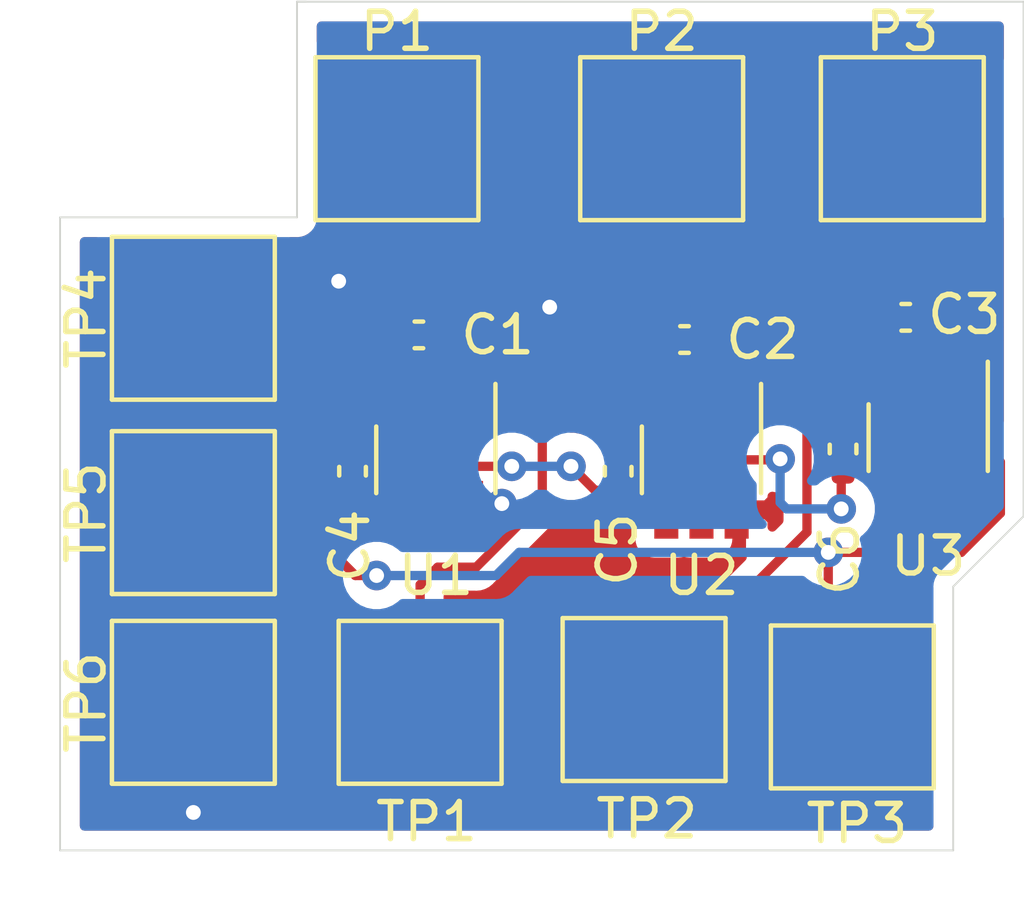
<source format=kicad_pcb>
(kicad_pcb (version 20171130) (host pcbnew "(5.1.10)-1")

  (general
    (thickness 1.6)
    (drawings 9)
    (tracks 113)
    (zones 0)
    (modules 18)
    (nets 9)
  )

  (page A4)
  (title_block
    (title "Touch Sensor add-on for FP AGB IPS Screen")
    (date 2021-10-30)
    (rev v1.5)
    (comment 3 GPLv3)
    (comment 4 "Zachary Ahlers(Method)")
  )

  (layers
    (0 F.Cu signal)
    (31 B.Cu signal)
    (32 B.Adhes user)
    (33 F.Adhes user)
    (34 B.Paste user)
    (35 F.Paste user)
    (36 B.SilkS user)
    (37 F.SilkS user)
    (38 B.Mask user)
    (39 F.Mask user)
    (40 Dwgs.User user)
    (41 Cmts.User user)
    (42 Eco1.User user)
    (43 Eco2.User user)
    (44 Edge.Cuts user)
    (45 Margin user)
    (46 B.CrtYd user)
    (47 F.CrtYd user)
    (48 B.Fab user)
    (49 F.Fab user)
  )

  (setup
    (last_trace_width 0.25)
    (trace_clearance 0.2)
    (zone_clearance 0.508)
    (zone_45_only no)
    (trace_min 0.2)
    (via_size 0.8)
    (via_drill 0.4)
    (via_min_size 0.4)
    (via_min_drill 0.3)
    (uvia_size 0.3)
    (uvia_drill 0.1)
    (uvias_allowed no)
    (uvia_min_size 0.2)
    (uvia_min_drill 0.1)
    (edge_width 0.05)
    (segment_width 0.2)
    (pcb_text_width 0.3)
    (pcb_text_size 1.5 1.5)
    (mod_edge_width 0.12)
    (mod_text_size 1 1)
    (mod_text_width 0.15)
    (pad_size 1.524 1.524)
    (pad_drill 0.762)
    (pad_to_mask_clearance 0)
    (aux_axis_origin 0 0)
    (visible_elements 7FFFFFFF)
    (pcbplotparams
      (layerselection 0x010fc_ffffffff)
      (usegerberextensions false)
      (usegerberattributes true)
      (usegerberadvancedattributes true)
      (creategerberjobfile true)
      (excludeedgelayer true)
      (linewidth 0.100000)
      (plotframeref false)
      (viasonmask false)
      (mode 1)
      (useauxorigin false)
      (hpglpennumber 1)
      (hpglpenspeed 20)
      (hpglpendiameter 15.000000)
      (psnegative false)
      (psa4output false)
      (plotreference true)
      (plotvalue true)
      (plotinvisibletext false)
      (padsonsilk false)
      (subtractmaskfromsilk false)
      (outputformat 1)
      (mirror false)
      (drillshape 0)
      (scaleselection 1)
      (outputdirectory "gerber files/GERBER/"))
  )

  (net 0 "")
  (net 1 GNDREF)
  (net 2 "Net-(C1-Pad1)")
  (net 3 "Net-(C2-Pad1)")
  (net 4 "Net-(C3-Pad1)")
  (net 5 +3V3)
  (net 6 "Net-(TP1-Pad1)")
  (net 7 "Net-(TP2-Pad1)")
  (net 8 "Net-(TP3-Pad1)")

  (net_class Default "This is the default net class."
    (clearance 0.2)
    (trace_width 0.25)
    (via_dia 0.8)
    (via_drill 0.4)
    (uvia_dia 0.3)
    (uvia_drill 0.1)
    (add_net +3V3)
    (add_net GNDREF)
    (add_net "Net-(C1-Pad1)")
    (add_net "Net-(C2-Pad1)")
    (add_net "Net-(C3-Pad1)")
    (add_net "Net-(TP1-Pad1)")
    (add_net "Net-(TP2-Pad1)")
    (add_net "Net-(TP3-Pad1)")
  )

  (module TestPoint:TestPoint_Pad_4.0x4.0mm (layer F.Cu) (tedit 5A0F774F) (tstamp 617E3438)
    (at 180.35 69.2)
    (descr "SMD rectangular pad as test Point, square 4.0mm side length")
    (tags "test point SMD pad rectangle square")
    (path /61837F9D)
    (attr virtual)
    (fp_text reference P3 (at 0 -2.898) (layer F.SilkS)
      (effects (font (size 1 1) (thickness 0.15)))
    )
    (fp_text value "Touch Sensor" (at -6.725 2.95) (layer F.Fab) hide
      (effects (font (size 1 1) (thickness 0.15)))
    )
    (fp_line (start -2.2 -2.2) (end 2.2 -2.2) (layer F.SilkS) (width 0.12))
    (fp_line (start 2.2 -2.2) (end 2.2 2.2) (layer F.SilkS) (width 0.12))
    (fp_line (start 2.2 2.2) (end -2.2 2.2) (layer F.SilkS) (width 0.12))
    (fp_line (start -2.2 2.2) (end -2.2 -2.2) (layer F.SilkS) (width 0.12))
    (fp_line (start -2.5 -2.5) (end 2.5 -2.5) (layer F.CrtYd) (width 0.05))
    (fp_line (start -2.5 -2.5) (end -2.5 2.5) (layer F.CrtYd) (width 0.05))
    (fp_line (start 2.5 2.5) (end 2.5 -2.5) (layer F.CrtYd) (width 0.05))
    (fp_line (start 2.5 2.5) (end -2.5 2.5) (layer F.CrtYd) (width 0.05))
    (fp_text user %R (at 0 -2.9) (layer F.Fab) hide
      (effects (font (size 1 1) (thickness 0.15)))
    )
    (pad 1 smd rect (at 0 0) (size 4 4) (layers F.Cu F.Mask)
      (net 4 "Net-(C3-Pad1)"))
  )

  (module TestPoint:TestPoint_Pad_4.0x4.0mm (layer F.Cu) (tedit 5A0F774F) (tstamp 617E342A)
    (at 173.85 69.2)
    (descr "SMD rectangular pad as test Point, square 4.0mm side length")
    (tags "test point SMD pad rectangle square")
    (path /61836FD3)
    (attr virtual)
    (fp_text reference P2 (at 0 -2.898) (layer F.SilkS)
      (effects (font (size 1 1) (thickness 0.15)))
    )
    (fp_text value "Touch Sensor" (at -0.225 2.95) (layer F.Fab) hide
      (effects (font (size 1 1) (thickness 0.15)))
    )
    (fp_line (start -2.2 -2.2) (end 2.2 -2.2) (layer F.SilkS) (width 0.12))
    (fp_line (start 2.2 -2.2) (end 2.2 2.2) (layer F.SilkS) (width 0.12))
    (fp_line (start 2.2 2.2) (end -2.2 2.2) (layer F.SilkS) (width 0.12))
    (fp_line (start -2.2 2.2) (end -2.2 -2.2) (layer F.SilkS) (width 0.12))
    (fp_line (start -2.5 -2.5) (end 2.5 -2.5) (layer F.CrtYd) (width 0.05))
    (fp_line (start -2.5 -2.5) (end -2.5 2.5) (layer F.CrtYd) (width 0.05))
    (fp_line (start 2.5 2.5) (end 2.5 -2.5) (layer F.CrtYd) (width 0.05))
    (fp_line (start 2.5 2.5) (end -2.5 2.5) (layer F.CrtYd) (width 0.05))
    (fp_text user %R (at 0 -2.9) (layer F.Fab) hide
      (effects (font (size 1 1) (thickness 0.15)))
    )
    (pad 1 smd rect (at 0 0) (size 4 4) (layers F.Cu F.Mask)
      (net 3 "Net-(C2-Pad1)"))
  )

  (module TestPoint:TestPoint_Pad_4.0x4.0mm (layer F.Cu) (tedit 5A0F774F) (tstamp 617E341C)
    (at 166.7 69.2)
    (descr "SMD rectangular pad as test Point, square 4.0mm side length")
    (tags "test point SMD pad rectangle square")
    (path /61835A3F)
    (attr virtual)
    (fp_text reference P1 (at 0 -2.898) (layer F.SilkS)
      (effects (font (size 1 1) (thickness 0.15)))
    )
    (fp_text value "Touch Sensor" (at 6.925 2.95) (layer F.Fab) hide
      (effects (font (size 1 1) (thickness 0.15)))
    )
    (fp_line (start -2.2 -2.2) (end 2.2 -2.2) (layer F.SilkS) (width 0.12))
    (fp_line (start 2.2 -2.2) (end 2.2 2.2) (layer F.SilkS) (width 0.12))
    (fp_line (start 2.2 2.2) (end -2.2 2.2) (layer F.SilkS) (width 0.12))
    (fp_line (start -2.2 2.2) (end -2.2 -2.2) (layer F.SilkS) (width 0.12))
    (fp_line (start -2.5 -2.5) (end 2.5 -2.5) (layer F.CrtYd) (width 0.05))
    (fp_line (start -2.5 -2.5) (end -2.5 2.5) (layer F.CrtYd) (width 0.05))
    (fp_line (start 2.5 2.5) (end 2.5 -2.5) (layer F.CrtYd) (width 0.05))
    (fp_line (start 2.5 2.5) (end -2.5 2.5) (layer F.CrtYd) (width 0.05))
    (fp_text user %R (at 0 -2.9) (layer F.Fab) hide
      (effects (font (size 1 1) (thickness 0.15)))
    )
    (pad 1 smd rect (at 0 0) (size 4 4) (layers F.Cu F.Mask)
      (net 2 "Net-(C1-Pad1)"))
  )

  (module Capacitor_SMD:C_0402_1005Metric_Pad0.74x0.62mm_HandSolder (layer F.Cu) (tedit 5F6BB22C) (tstamp 617E29AD)
    (at 167.2925 74.5)
    (descr "Capacitor SMD 0402 (1005 Metric), square (rectangular) end terminal, IPC_7351 nominal with elongated pad for handsoldering. (Body size source: IPC-SM-782 page 76, https://www.pcb-3d.com/wordpress/wp-content/uploads/ipc-sm-782a_amendment_1_and_2.pdf), generated with kicad-footprint-generator")
    (tags "capacitor handsolder")
    (path /617E387B)
    (attr smd)
    (fp_text reference C1 (at 2.125357 0) (layer F.SilkS)
      (effects (font (size 1 1) (thickness 0.15)))
    )
    (fp_text value 22pF (at 2.9825 -1.275) (layer F.Fab)
      (effects (font (size 1 1) (thickness 0.15)))
    )
    (fp_line (start -0.5 0.25) (end -0.5 -0.25) (layer F.Fab) (width 0.1))
    (fp_line (start -0.5 -0.25) (end 0.5 -0.25) (layer F.Fab) (width 0.1))
    (fp_line (start 0.5 -0.25) (end 0.5 0.25) (layer F.Fab) (width 0.1))
    (fp_line (start 0.5 0.25) (end -0.5 0.25) (layer F.Fab) (width 0.1))
    (fp_line (start -0.115835 -0.36) (end 0.115835 -0.36) (layer F.SilkS) (width 0.12))
    (fp_line (start -0.115835 0.36) (end 0.115835 0.36) (layer F.SilkS) (width 0.12))
    (fp_line (start -1.08 0.46) (end -1.08 -0.46) (layer F.CrtYd) (width 0.05))
    (fp_line (start -1.08 -0.46) (end 1.08 -0.46) (layer F.CrtYd) (width 0.05))
    (fp_line (start 1.08 -0.46) (end 1.08 0.46) (layer F.CrtYd) (width 0.05))
    (fp_line (start 1.08 0.46) (end -1.08 0.46) (layer F.CrtYd) (width 0.05))
    (fp_text user %R (at 0 0) (layer F.Fab)
      (effects (font (size 0.25 0.25) (thickness 0.04)))
    )
    (pad 2 smd roundrect (at 0.5675 0) (size 0.735 0.62) (layers F.Cu F.Paste F.Mask) (roundrect_rratio 0.25)
      (net 1 GNDREF))
    (pad 1 smd roundrect (at -0.5675 0) (size 0.735 0.62) (layers F.Cu F.Paste F.Mask) (roundrect_rratio 0.25)
      (net 2 "Net-(C1-Pad1)"))
    (model ${KISYS3DMOD}/Capacitor_SMD.3dshapes/C_0402_1005Metric.wrl
      (at (xyz 0 0 0))
      (scale (xyz 1 1 1))
      (rotate (xyz 0 0 0))
    )
  )

  (module Capacitor_SMD:C_0402_1005Metric_Pad0.74x0.62mm_HandSolder (layer F.Cu) (tedit 5F6BB22C) (tstamp 617E29BE)
    (at 174.4675 74.625)
    (descr "Capacitor SMD 0402 (1005 Metric), square (rectangular) end terminal, IPC_7351 nominal with elongated pad for handsoldering. (Body size source: IPC-SM-782 page 76, https://www.pcb-3d.com/wordpress/wp-content/uploads/ipc-sm-782a_amendment_1_and_2.pdf), generated with kicad-footprint-generator")
    (tags "capacitor handsolder")
    (path /617FE493)
    (attr smd)
    (fp_text reference C2 (at 2.1075 0) (layer F.SilkS)
      (effects (font (size 1 1) (thickness 0.15)))
    )
    (fp_text value 22pF (at 2.964643 -1.275) (layer F.Fab)
      (effects (font (size 1 1) (thickness 0.15)))
    )
    (fp_line (start 1.08 0.46) (end -1.08 0.46) (layer F.CrtYd) (width 0.05))
    (fp_line (start 1.08 -0.46) (end 1.08 0.46) (layer F.CrtYd) (width 0.05))
    (fp_line (start -1.08 -0.46) (end 1.08 -0.46) (layer F.CrtYd) (width 0.05))
    (fp_line (start -1.08 0.46) (end -1.08 -0.46) (layer F.CrtYd) (width 0.05))
    (fp_line (start -0.115835 0.36) (end 0.115835 0.36) (layer F.SilkS) (width 0.12))
    (fp_line (start -0.115835 -0.36) (end 0.115835 -0.36) (layer F.SilkS) (width 0.12))
    (fp_line (start 0.5 0.25) (end -0.5 0.25) (layer F.Fab) (width 0.1))
    (fp_line (start 0.5 -0.25) (end 0.5 0.25) (layer F.Fab) (width 0.1))
    (fp_line (start -0.5 -0.25) (end 0.5 -0.25) (layer F.Fab) (width 0.1))
    (fp_line (start -0.5 0.25) (end -0.5 -0.25) (layer F.Fab) (width 0.1))
    (fp_text user %R (at 0 0) (layer F.Fab)
      (effects (font (size 0.25 0.25) (thickness 0.04)))
    )
    (pad 1 smd roundrect (at -0.5675 0) (size 0.735 0.62) (layers F.Cu F.Paste F.Mask) (roundrect_rratio 0.25)
      (net 3 "Net-(C2-Pad1)"))
    (pad 2 smd roundrect (at 0.5675 0) (size 0.735 0.62) (layers F.Cu F.Paste F.Mask) (roundrect_rratio 0.25)
      (net 1 GNDREF))
    (model ${KISYS3DMOD}/Capacitor_SMD.3dshapes/C_0402_1005Metric.wrl
      (at (xyz 0 0 0))
      (scale (xyz 1 1 1))
      (rotate (xyz 0 0 0))
    )
  )

  (module Capacitor_SMD:C_0402_1005Metric_Pad0.74x0.62mm_HandSolder (layer F.Cu) (tedit 5F6BB22C) (tstamp 617E29CF)
    (at 180.4425 74.025)
    (descr "Capacitor SMD 0402 (1005 Metric), square (rectangular) end terminal, IPC_7351 nominal with elongated pad for handsoldering. (Body size source: IPC-SM-782 page 76, https://www.pcb-3d.com/wordpress/wp-content/uploads/ipc-sm-782a_amendment_1_and_2.pdf), generated with kicad-footprint-generator")
    (tags "capacitor handsolder")
    (path /617EC71D)
    (attr smd)
    (fp_text reference C3 (at 1.5825 -0.075) (layer F.SilkS)
      (effects (font (size 1 1) (thickness 0.15)))
    )
    (fp_text value 22pF (at 0.7575 -1.475) (layer F.Fab)
      (effects (font (size 1 1) (thickness 0.15)))
    )
    (fp_line (start 1.08 0.46) (end -1.08 0.46) (layer F.CrtYd) (width 0.05))
    (fp_line (start 1.08 -0.46) (end 1.08 0.46) (layer F.CrtYd) (width 0.05))
    (fp_line (start -1.08 -0.46) (end 1.08 -0.46) (layer F.CrtYd) (width 0.05))
    (fp_line (start -1.08 0.46) (end -1.08 -0.46) (layer F.CrtYd) (width 0.05))
    (fp_line (start -0.115835 0.36) (end 0.115835 0.36) (layer F.SilkS) (width 0.12))
    (fp_line (start -0.115835 -0.36) (end 0.115835 -0.36) (layer F.SilkS) (width 0.12))
    (fp_line (start 0.5 0.25) (end -0.5 0.25) (layer F.Fab) (width 0.1))
    (fp_line (start 0.5 -0.25) (end 0.5 0.25) (layer F.Fab) (width 0.1))
    (fp_line (start -0.5 -0.25) (end 0.5 -0.25) (layer F.Fab) (width 0.1))
    (fp_line (start -0.5 0.25) (end -0.5 -0.25) (layer F.Fab) (width 0.1))
    (fp_text user %R (at 0 0) (layer F.Fab)
      (effects (font (size 0.25 0.25) (thickness 0.04)))
    )
    (pad 1 smd roundrect (at -0.5675 0) (size 0.735 0.62) (layers F.Cu F.Paste F.Mask) (roundrect_rratio 0.25)
      (net 4 "Net-(C3-Pad1)"))
    (pad 2 smd roundrect (at 0.5675 0) (size 0.735 0.62) (layers F.Cu F.Paste F.Mask) (roundrect_rratio 0.25)
      (net 1 GNDREF))
    (model ${KISYS3DMOD}/Capacitor_SMD.3dshapes/C_0402_1005Metric.wrl
      (at (xyz 0 0 0))
      (scale (xyz 1 1 1))
      (rotate (xyz 0 0 0))
    )
  )

  (module Capacitor_SMD:C_0402_1005Metric_Pad0.74x0.62mm_HandSolder (layer F.Cu) (tedit 5F6BB22C) (tstamp 617E29E0)
    (at 165.5 78.1825 90)
    (descr "Capacitor SMD 0402 (1005 Metric), square (rectangular) end terminal, IPC_7351 nominal with elongated pad for handsoldering. (Body size source: IPC-SM-782 page 76, https://www.pcb-3d.com/wordpress/wp-content/uploads/ipc-sm-782a_amendment_1_and_2.pdf), generated with kicad-footprint-generator")
    (tags "capacitor handsolder")
    (path /617E7274)
    (attr smd)
    (fp_text reference C4 (at -2.0175 -0.075 90) (layer F.SilkS)
      (effects (font (size 1 1) (thickness 0.15)))
    )
    (fp_text value 0.1uF (at 3.2825 -0.175 90) (layer F.Fab)
      (effects (font (size 1 1) (thickness 0.15)))
    )
    (fp_line (start 1.08 0.46) (end -1.08 0.46) (layer F.CrtYd) (width 0.05))
    (fp_line (start 1.08 -0.46) (end 1.08 0.46) (layer F.CrtYd) (width 0.05))
    (fp_line (start -1.08 -0.46) (end 1.08 -0.46) (layer F.CrtYd) (width 0.05))
    (fp_line (start -1.08 0.46) (end -1.08 -0.46) (layer F.CrtYd) (width 0.05))
    (fp_line (start -0.115835 0.36) (end 0.115835 0.36) (layer F.SilkS) (width 0.12))
    (fp_line (start -0.115835 -0.36) (end 0.115835 -0.36) (layer F.SilkS) (width 0.12))
    (fp_line (start 0.5 0.25) (end -0.5 0.25) (layer F.Fab) (width 0.1))
    (fp_line (start 0.5 -0.25) (end 0.5 0.25) (layer F.Fab) (width 0.1))
    (fp_line (start -0.5 -0.25) (end 0.5 -0.25) (layer F.Fab) (width 0.1))
    (fp_line (start -0.5 0.25) (end -0.5 -0.25) (layer F.Fab) (width 0.1))
    (fp_text user %R (at 0 0 90) (layer F.Fab)
      (effects (font (size 0.25 0.25) (thickness 0.04)))
    )
    (pad 1 smd roundrect (at -0.5675 0 90) (size 0.735 0.62) (layers F.Cu F.Paste F.Mask) (roundrect_rratio 0.25)
      (net 5 +3V3))
    (pad 2 smd roundrect (at 0.5675 0 90) (size 0.735 0.62) (layers F.Cu F.Paste F.Mask) (roundrect_rratio 0.25)
      (net 1 GNDREF))
    (model ${KISYS3DMOD}/Capacitor_SMD.3dshapes/C_0402_1005Metric.wrl
      (at (xyz 0 0 0))
      (scale (xyz 1 1 1))
      (rotate (xyz 0 0 0))
    )
  )

  (module Capacitor_SMD:C_0402_1005Metric_Pad0.74x0.62mm_HandSolder (layer F.Cu) (tedit 5F6BB22C) (tstamp 617E29F1)
    (at 172.675 78.1825 90)
    (descr "Capacitor SMD 0402 (1005 Metric), square (rectangular) end terminal, IPC_7351 nominal with elongated pad for handsoldering. (Body size source: IPC-SM-782 page 76, https://www.pcb-3d.com/wordpress/wp-content/uploads/ipc-sm-782a_amendment_1_and_2.pdf), generated with kicad-footprint-generator")
    (tags "capacitor handsolder")
    (path /617FE4AB)
    (attr smd)
    (fp_text reference C5 (at -2.1175 -0.025 90) (layer F.SilkS)
      (effects (font (size 1 1) (thickness 0.15)))
    )
    (fp_text value 0.1uF (at 3.1325 0 90) (layer F.Fab)
      (effects (font (size 1 1) (thickness 0.15)))
    )
    (fp_line (start -0.5 0.25) (end -0.5 -0.25) (layer F.Fab) (width 0.1))
    (fp_line (start -0.5 -0.25) (end 0.5 -0.25) (layer F.Fab) (width 0.1))
    (fp_line (start 0.5 -0.25) (end 0.5 0.25) (layer F.Fab) (width 0.1))
    (fp_line (start 0.5 0.25) (end -0.5 0.25) (layer F.Fab) (width 0.1))
    (fp_line (start -0.115835 -0.36) (end 0.115835 -0.36) (layer F.SilkS) (width 0.12))
    (fp_line (start -0.115835 0.36) (end 0.115835 0.36) (layer F.SilkS) (width 0.12))
    (fp_line (start -1.08 0.46) (end -1.08 -0.46) (layer F.CrtYd) (width 0.05))
    (fp_line (start -1.08 -0.46) (end 1.08 -0.46) (layer F.CrtYd) (width 0.05))
    (fp_line (start 1.08 -0.46) (end 1.08 0.46) (layer F.CrtYd) (width 0.05))
    (fp_line (start 1.08 0.46) (end -1.08 0.46) (layer F.CrtYd) (width 0.05))
    (fp_text user %R (at 0 0 90) (layer F.Fab)
      (effects (font (size 0.25 0.25) (thickness 0.04)))
    )
    (pad 2 smd roundrect (at 0.5675 0 90) (size 0.735 0.62) (layers F.Cu F.Paste F.Mask) (roundrect_rratio 0.25)
      (net 1 GNDREF))
    (pad 1 smd roundrect (at -0.5675 0 90) (size 0.735 0.62) (layers F.Cu F.Paste F.Mask) (roundrect_rratio 0.25)
      (net 5 +3V3))
    (model ${KISYS3DMOD}/Capacitor_SMD.3dshapes/C_0402_1005Metric.wrl
      (at (xyz 0 0 0))
      (scale (xyz 1 1 1))
      (rotate (xyz 0 0 0))
    )
  )

  (module Capacitor_SMD:C_0402_1005Metric_Pad0.74x0.62mm_HandSolder (layer F.Cu) (tedit 5F6BB22C) (tstamp 617E2A02)
    (at 178.75 77.5825 90)
    (descr "Capacitor SMD 0402 (1005 Metric), square (rectangular) end terminal, IPC_7351 nominal with elongated pad for handsoldering. (Body size source: IPC-SM-782 page 76, https://www.pcb-3d.com/wordpress/wp-content/uploads/ipc-sm-782a_amendment_1_and_2.pdf), generated with kicad-footprint-generator")
    (tags "capacitor handsolder")
    (path /617EC735)
    (attr smd)
    (fp_text reference C6 (at -2.9675 -0.1 90) (layer F.SilkS)
      (effects (font (size 1 1) (thickness 0.15)))
    )
    (fp_text value 0.1uF (at 3.1575 0.025 90) (layer F.Fab)
      (effects (font (size 1 1) (thickness 0.15)))
    )
    (fp_line (start -0.5 0.25) (end -0.5 -0.25) (layer F.Fab) (width 0.1))
    (fp_line (start -0.5 -0.25) (end 0.5 -0.25) (layer F.Fab) (width 0.1))
    (fp_line (start 0.5 -0.25) (end 0.5 0.25) (layer F.Fab) (width 0.1))
    (fp_line (start 0.5 0.25) (end -0.5 0.25) (layer F.Fab) (width 0.1))
    (fp_line (start -0.115835 -0.36) (end 0.115835 -0.36) (layer F.SilkS) (width 0.12))
    (fp_line (start -0.115835 0.36) (end 0.115835 0.36) (layer F.SilkS) (width 0.12))
    (fp_line (start -1.08 0.46) (end -1.08 -0.46) (layer F.CrtYd) (width 0.05))
    (fp_line (start -1.08 -0.46) (end 1.08 -0.46) (layer F.CrtYd) (width 0.05))
    (fp_line (start 1.08 -0.46) (end 1.08 0.46) (layer F.CrtYd) (width 0.05))
    (fp_line (start 1.08 0.46) (end -1.08 0.46) (layer F.CrtYd) (width 0.05))
    (fp_text user %R (at 0 0 90) (layer F.Fab)
      (effects (font (size 0.25 0.25) (thickness 0.04)))
    )
    (pad 2 smd roundrect (at 0.5675 0 90) (size 0.735 0.62) (layers F.Cu F.Paste F.Mask) (roundrect_rratio 0.25)
      (net 1 GNDREF))
    (pad 1 smd roundrect (at -0.5675 0 90) (size 0.735 0.62) (layers F.Cu F.Paste F.Mask) (roundrect_rratio 0.25)
      (net 5 +3V3))
    (model ${KISYS3DMOD}/Capacitor_SMD.3dshapes/C_0402_1005Metric.wrl
      (at (xyz 0 0 0))
      (scale (xyz 1 1 1))
      (rotate (xyz 0 0 0))
    )
  )

  (module TestPoint:TestPoint_Pad_4.0x4.0mm (layer F.Cu) (tedit 5A0F774F) (tstamp 617E2A3A)
    (at 167.325 84.425)
    (descr "SMD rectangular pad as test Point, square 4.0mm side length")
    (tags "test point SMD pad rectangle square")
    (path /617EA6AC)
    (attr virtual)
    (fp_text reference TP1 (at 0.175 3.225) (layer F.SilkS)
      (effects (font (size 1 1) (thickness 0.15)))
    )
    (fp_text value L (at 0.075 4.525) (layer F.Fab)
      (effects (font (size 1 1) (thickness 0.15)))
    )
    (fp_line (start -2.2 -2.2) (end 2.2 -2.2) (layer F.SilkS) (width 0.12))
    (fp_line (start 2.2 -2.2) (end 2.2 2.2) (layer F.SilkS) (width 0.12))
    (fp_line (start 2.2 2.2) (end -2.2 2.2) (layer F.SilkS) (width 0.12))
    (fp_line (start -2.2 2.2) (end -2.2 -2.2) (layer F.SilkS) (width 0.12))
    (fp_line (start -2.5 -2.5) (end 2.5 -2.5) (layer F.CrtYd) (width 0.05))
    (fp_line (start -2.5 -2.5) (end -2.5 2.5) (layer F.CrtYd) (width 0.05))
    (fp_line (start 2.5 2.5) (end 2.5 -2.5) (layer F.CrtYd) (width 0.05))
    (fp_line (start 2.5 2.5) (end -2.5 2.5) (layer F.CrtYd) (width 0.05))
    (pad 1 smd rect (at 0 0) (size 4 4) (layers F.Cu F.Mask)
      (net 6 "Net-(TP1-Pad1)"))
  )

  (module TestPoint:TestPoint_Pad_4.0x4.0mm (layer F.Cu) (tedit 5A0F774F) (tstamp 617E2A48)
    (at 173.375 84.35)
    (descr "SMD rectangular pad as test Point, square 4.0mm side length")
    (tags "test point SMD pad rectangle square")
    (path /617FE4BA)
    (attr virtual)
    (fp_text reference TP2 (at 0.075 3.225) (layer F.SilkS)
      (effects (font (size 1 1) (thickness 0.15)))
    )
    (fp_text value R (at 0.175 4.45) (layer F.Fab)
      (effects (font (size 1 1) (thickness 0.15)))
    )
    (fp_line (start 2.5 2.5) (end -2.5 2.5) (layer F.CrtYd) (width 0.05))
    (fp_line (start 2.5 2.5) (end 2.5 -2.5) (layer F.CrtYd) (width 0.05))
    (fp_line (start -2.5 -2.5) (end -2.5 2.5) (layer F.CrtYd) (width 0.05))
    (fp_line (start -2.5 -2.5) (end 2.5 -2.5) (layer F.CrtYd) (width 0.05))
    (fp_line (start -2.2 2.2) (end -2.2 -2.2) (layer F.SilkS) (width 0.12))
    (fp_line (start 2.2 2.2) (end -2.2 2.2) (layer F.SilkS) (width 0.12))
    (fp_line (start 2.2 -2.2) (end 2.2 2.2) (layer F.SilkS) (width 0.12))
    (fp_line (start -2.2 -2.2) (end 2.2 -2.2) (layer F.SilkS) (width 0.12))
    (pad 1 smd rect (at 0 0) (size 4 4) (layers F.Cu F.Mask)
      (net 7 "Net-(TP2-Pad1)"))
  )

  (module TestPoint:TestPoint_Pad_4.0x4.0mm (layer F.Cu) (tedit 5A0F774F) (tstamp 617E2A56)
    (at 179 84.55)
    (descr "SMD rectangular pad as test Point, square 4.0mm side length")
    (tags "test point SMD pad rectangle square")
    (path /617EC744)
    (attr virtual)
    (fp_text reference TP3 (at 0.125 3.15) (layer F.SilkS)
      (effects (font (size 1 1) (thickness 0.15)))
    )
    (fp_text value SEL (at 0.225 4.425) (layer F.Fab)
      (effects (font (size 1 1) (thickness 0.15)))
    )
    (fp_line (start -2.2 -2.2) (end 2.2 -2.2) (layer F.SilkS) (width 0.12))
    (fp_line (start 2.2 -2.2) (end 2.2 2.2) (layer F.SilkS) (width 0.12))
    (fp_line (start 2.2 2.2) (end -2.2 2.2) (layer F.SilkS) (width 0.12))
    (fp_line (start -2.2 2.2) (end -2.2 -2.2) (layer F.SilkS) (width 0.12))
    (fp_line (start -2.5 -2.5) (end 2.5 -2.5) (layer F.CrtYd) (width 0.05))
    (fp_line (start -2.5 -2.5) (end -2.5 2.5) (layer F.CrtYd) (width 0.05))
    (fp_line (start 2.5 2.5) (end 2.5 -2.5) (layer F.CrtYd) (width 0.05))
    (fp_line (start 2.5 2.5) (end -2.5 2.5) (layer F.CrtYd) (width 0.05))
    (pad 1 smd rect (at 0 0) (size 4 4) (layers F.Cu F.Mask)
      (net 8 "Net-(TP3-Pad1)"))
  )

  (module TestPoint:TestPoint_Pad_4.0x4.0mm (layer F.Cu) (tedit 5A0F774F) (tstamp 617E2A64)
    (at 161.2 74.05 90)
    (descr "SMD rectangular pad as test Point, square 4.0mm side length")
    (tags "test point SMD pad rectangle square")
    (path /6180B531)
    (attr virtual)
    (fp_text reference TP4 (at 0 -2.898 90) (layer F.SilkS)
      (effects (font (size 1 1) (thickness 0.15)))
    )
    (fp_text value VSS (at -0.125 -4.1 90) (layer F.Fab)
      (effects (font (size 1 1) (thickness 0.15)))
    )
    (fp_line (start -2.2 -2.2) (end 2.2 -2.2) (layer F.SilkS) (width 0.12))
    (fp_line (start 2.2 -2.2) (end 2.2 2.2) (layer F.SilkS) (width 0.12))
    (fp_line (start 2.2 2.2) (end -2.2 2.2) (layer F.SilkS) (width 0.12))
    (fp_line (start -2.2 2.2) (end -2.2 -2.2) (layer F.SilkS) (width 0.12))
    (fp_line (start -2.5 -2.5) (end 2.5 -2.5) (layer F.CrtYd) (width 0.05))
    (fp_line (start -2.5 -2.5) (end -2.5 2.5) (layer F.CrtYd) (width 0.05))
    (fp_line (start 2.5 2.5) (end 2.5 -2.5) (layer F.CrtYd) (width 0.05))
    (fp_line (start 2.5 2.5) (end -2.5 2.5) (layer F.CrtYd) (width 0.05))
    (fp_text user %R (at 0 -2.9 90) (layer F.Fab)
      (effects (font (size 1 1) (thickness 0.15)))
    )
    (pad 1 smd rect (at 0 0 90) (size 4 4) (layers F.Cu F.Mask)
      (net 5 +3V3))
  )

  (module TestPoint:TestPoint_Pad_4.0x4.0mm (layer F.Cu) (tedit 5A0F774F) (tstamp 617E2A72)
    (at 161.2 79.3 90)
    (descr "SMD rectangular pad as test Point, square 4.0mm side length")
    (tags "test point SMD pad rectangle square")
    (path /618020EE)
    (attr virtual)
    (fp_text reference TP5 (at 0 -2.898 90) (layer F.SilkS)
      (effects (font (size 1 1) (thickness 0.15)))
    )
    (fp_text value SEL (at -0.1 -4.2 90) (layer F.Fab)
      (effects (font (size 1 1) (thickness 0.15)))
    )
    (fp_line (start 2.5 2.5) (end -2.5 2.5) (layer F.CrtYd) (width 0.05))
    (fp_line (start 2.5 2.5) (end 2.5 -2.5) (layer F.CrtYd) (width 0.05))
    (fp_line (start -2.5 -2.5) (end -2.5 2.5) (layer F.CrtYd) (width 0.05))
    (fp_line (start -2.5 -2.5) (end 2.5 -2.5) (layer F.CrtYd) (width 0.05))
    (fp_line (start -2.2 2.2) (end -2.2 -2.2) (layer F.SilkS) (width 0.12))
    (fp_line (start 2.2 2.2) (end -2.2 2.2) (layer F.SilkS) (width 0.12))
    (fp_line (start 2.2 -2.2) (end 2.2 2.2) (layer F.SilkS) (width 0.12))
    (fp_line (start -2.2 -2.2) (end 2.2 -2.2) (layer F.SilkS) (width 0.12))
    (fp_text user %R (at 0 -2.9 90) (layer F.Fab)
      (effects (font (size 1 1) (thickness 0.15)))
    )
    (pad 1 smd rect (at 0 0 90) (size 4 4) (layers F.Cu F.Mask)
      (net 8 "Net-(TP3-Pad1)"))
  )

  (module TestPoint:TestPoint_Pad_4.0x4.0mm (layer F.Cu) (tedit 5A0F774F) (tstamp 617E2A80)
    (at 161.2 84.425 90)
    (descr "SMD rectangular pad as test Point, square 4.0mm side length")
    (tags "test point SMD pad rectangle square")
    (path /61800820)
    (attr virtual)
    (fp_text reference TP6 (at 0 -2.898 90) (layer F.SilkS)
      (effects (font (size 1 1) (thickness 0.15)))
    )
    (fp_text value GND (at 0.05 -4.375 90) (layer F.Fab)
      (effects (font (size 1 1) (thickness 0.15)))
    )
    (fp_line (start -2.2 -2.2) (end 2.2 -2.2) (layer F.SilkS) (width 0.12))
    (fp_line (start 2.2 -2.2) (end 2.2 2.2) (layer F.SilkS) (width 0.12))
    (fp_line (start 2.2 2.2) (end -2.2 2.2) (layer F.SilkS) (width 0.12))
    (fp_line (start -2.2 2.2) (end -2.2 -2.2) (layer F.SilkS) (width 0.12))
    (fp_line (start -2.5 -2.5) (end 2.5 -2.5) (layer F.CrtYd) (width 0.05))
    (fp_line (start -2.5 -2.5) (end -2.5 2.5) (layer F.CrtYd) (width 0.05))
    (fp_line (start 2.5 2.5) (end 2.5 -2.5) (layer F.CrtYd) (width 0.05))
    (fp_line (start 2.5 2.5) (end -2.5 2.5) (layer F.CrtYd) (width 0.05))
    (fp_text user %R (at 0 -2.9 90) (layer F.Fab)
      (effects (font (size 1 1) (thickness 0.15)))
    )
    (pad 1 smd rect (at 0 0 90) (size 4 4) (layers F.Cu F.Mask)
      (net 1 GNDREF))
  )

  (module Package_TO_SOT_SMD:SOT-23-6_Handsoldering (layer F.Cu) (tedit 5A02FF57) (tstamp 617E2A96)
    (at 167.75 77.875 270)
    (descr "6-pin SOT-23 package, Handsoldering")
    (tags "SOT-23-6 Handsoldering")
    (path /617CFC6D)
    (attr smd)
    (fp_text reference U1 (at 3.125 0 180) (layer F.SilkS)
      (effects (font (size 1 1) (thickness 0.15)))
    )
    (fp_text value ttp223 (at -0.4 -3.55 90) (layer F.Fab) hide
      (effects (font (size 1 1) (thickness 0.15)))
    )
    (fp_line (start 0.9 -1.55) (end 0.9 1.55) (layer F.Fab) (width 0.1))
    (fp_line (start 0.9 1.55) (end -0.9 1.55) (layer F.Fab) (width 0.1))
    (fp_line (start -0.9 -0.9) (end -0.9 1.55) (layer F.Fab) (width 0.1))
    (fp_line (start 0.9 -1.55) (end -0.25 -1.55) (layer F.Fab) (width 0.1))
    (fp_line (start -0.9 -0.9) (end -0.25 -1.55) (layer F.Fab) (width 0.1))
    (fp_line (start -2.4 -1.8) (end 2.4 -1.8) (layer F.CrtYd) (width 0.05))
    (fp_line (start 2.4 -1.8) (end 2.4 1.8) (layer F.CrtYd) (width 0.05))
    (fp_line (start 2.4 1.8) (end -2.4 1.8) (layer F.CrtYd) (width 0.05))
    (fp_line (start -2.4 1.8) (end -2.4 -1.8) (layer F.CrtYd) (width 0.05))
    (fp_line (start 0.9 -1.61) (end -2.05 -1.61) (layer F.SilkS) (width 0.12))
    (fp_line (start -0.9 1.61) (end 0.9 1.61) (layer F.SilkS) (width 0.12))
    (fp_text user %R (at 0 0) (layer F.Fab)
      (effects (font (size 0.5 0.5) (thickness 0.075)))
    )
    (pad 1 smd rect (at -1.35 -0.95 270) (size 1.56 0.65) (layers F.Cu F.Paste F.Mask)
      (net 6 "Net-(TP1-Pad1)"))
    (pad 2 smd rect (at -1.35 0 270) (size 1.56 0.65) (layers F.Cu F.Paste F.Mask)
      (net 1 GNDREF))
    (pad 3 smd rect (at -1.35 0.95 270) (size 1.56 0.65) (layers F.Cu F.Paste F.Mask)
      (net 2 "Net-(C1-Pad1)"))
    (pad 4 smd rect (at 1.35 0.95 270) (size 1.56 0.65) (layers F.Cu F.Paste F.Mask)
      (net 5 +3V3))
    (pad 6 smd rect (at 1.35 -0.95 270) (size 1.56 0.65) (layers F.Cu F.Paste F.Mask)
      (net 1 GNDREF))
    (pad 5 smd rect (at 1.35 0 270) (size 1.56 0.65) (layers F.Cu F.Paste F.Mask)
      (net 5 +3V3))
    (model ${KISYS3DMOD}/Package_TO_SOT_SMD.3dshapes/SOT-23-6.wrl
      (at (xyz 0 0 0))
      (scale (xyz 1 1 1))
      (rotate (xyz 0 0 0))
    )
  )

  (module Package_TO_SOT_SMD:SOT-23-6_Handsoldering (layer F.Cu) (tedit 5A02FF57) (tstamp 617E2AAC)
    (at 174.925 77.875 270)
    (descr "6-pin SOT-23 package, Handsoldering")
    (tags "SOT-23-6 Handsoldering")
    (path /617FE477)
    (attr smd)
    (fp_text reference U2 (at 3.125 0 180) (layer F.SilkS)
      (effects (font (size 1 1) (thickness 0.15)))
    )
    (fp_text value ttp223 (at -0.4 3.625 90) (layer F.Fab) hide
      (effects (font (size 1 1) (thickness 0.15)))
    )
    (fp_line (start -0.9 1.61) (end 0.9 1.61) (layer F.SilkS) (width 0.12))
    (fp_line (start 0.9 -1.61) (end -2.05 -1.61) (layer F.SilkS) (width 0.12))
    (fp_line (start -2.4 1.8) (end -2.4 -1.8) (layer F.CrtYd) (width 0.05))
    (fp_line (start 2.4 1.8) (end -2.4 1.8) (layer F.CrtYd) (width 0.05))
    (fp_line (start 2.4 -1.8) (end 2.4 1.8) (layer F.CrtYd) (width 0.05))
    (fp_line (start -2.4 -1.8) (end 2.4 -1.8) (layer F.CrtYd) (width 0.05))
    (fp_line (start -0.9 -0.9) (end -0.25 -1.55) (layer F.Fab) (width 0.1))
    (fp_line (start 0.9 -1.55) (end -0.25 -1.55) (layer F.Fab) (width 0.1))
    (fp_line (start -0.9 -0.9) (end -0.9 1.55) (layer F.Fab) (width 0.1))
    (fp_line (start 0.9 1.55) (end -0.9 1.55) (layer F.Fab) (width 0.1))
    (fp_line (start 0.9 -1.55) (end 0.9 1.55) (layer F.Fab) (width 0.1))
    (fp_text user %R (at 0 0) (layer F.Fab)
      (effects (font (size 0.5 0.5) (thickness 0.075)))
    )
    (pad 5 smd rect (at 1.35 0 270) (size 1.56 0.65) (layers F.Cu F.Paste F.Mask)
      (net 5 +3V3))
    (pad 6 smd rect (at 1.35 -0.95 270) (size 1.56 0.65) (layers F.Cu F.Paste F.Mask)
      (net 1 GNDREF))
    (pad 4 smd rect (at 1.35 0.95 270) (size 1.56 0.65) (layers F.Cu F.Paste F.Mask)
      (net 5 +3V3))
    (pad 3 smd rect (at -1.35 0.95 270) (size 1.56 0.65) (layers F.Cu F.Paste F.Mask)
      (net 3 "Net-(C2-Pad1)"))
    (pad 2 smd rect (at -1.35 0 270) (size 1.56 0.65) (layers F.Cu F.Paste F.Mask)
      (net 1 GNDREF))
    (pad 1 smd rect (at -1.35 -0.95 270) (size 1.56 0.65) (layers F.Cu F.Paste F.Mask)
      (net 7 "Net-(TP2-Pad1)"))
    (model ${KISYS3DMOD}/Package_TO_SOT_SMD.3dshapes/SOT-23-6.wrl
      (at (xyz 0 0 0))
      (scale (xyz 1 1 1))
      (rotate (xyz 0 0 0))
    )
  )

  (module Package_TO_SOT_SMD:SOT-23-6_Handsoldering (layer F.Cu) (tedit 5A02FF57) (tstamp 617E2AC2)
    (at 181.05 77.275 270)
    (descr "6-pin SOT-23 package, Handsoldering")
    (tags "SOT-23-6 Handsoldering")
    (path /617EC701)
    (attr smd)
    (fp_text reference U3 (at 3.2 0 180) (layer F.SilkS)
      (effects (font (size 1 1) (thickness 0.15)))
    )
    (fp_text value ttp223 (at 0.2 9.75 270) (layer F.Fab) hide
      (effects (font (size 1 1) (thickness 0.15)))
    )
    (fp_line (start 0.9 -1.55) (end 0.9 1.55) (layer F.Fab) (width 0.1))
    (fp_line (start 0.9 1.55) (end -0.9 1.55) (layer F.Fab) (width 0.1))
    (fp_line (start -0.9 -0.9) (end -0.9 1.55) (layer F.Fab) (width 0.1))
    (fp_line (start 0.9 -1.55) (end -0.25 -1.55) (layer F.Fab) (width 0.1))
    (fp_line (start -0.9 -0.9) (end -0.25 -1.55) (layer F.Fab) (width 0.1))
    (fp_line (start -2.4 -1.8) (end 2.4 -1.8) (layer F.CrtYd) (width 0.05))
    (fp_line (start 2.4 -1.8) (end 2.4 1.8) (layer F.CrtYd) (width 0.05))
    (fp_line (start 2.4 1.8) (end -2.4 1.8) (layer F.CrtYd) (width 0.05))
    (fp_line (start -2.4 1.8) (end -2.4 -1.8) (layer F.CrtYd) (width 0.05))
    (fp_line (start 0.9 -1.61) (end -2.05 -1.61) (layer F.SilkS) (width 0.12))
    (fp_line (start -0.9 1.61) (end 0.9 1.61) (layer F.SilkS) (width 0.12))
    (fp_text user %R (at 0 0) (layer F.Fab) hide
      (effects (font (size 0.5 0.5) (thickness 0.075)))
    )
    (pad 1 smd rect (at -1.35 -0.95 270) (size 1.56 0.65) (layers F.Cu F.Paste F.Mask)
      (net 8 "Net-(TP3-Pad1)"))
    (pad 2 smd rect (at -1.35 0 270) (size 1.56 0.65) (layers F.Cu F.Paste F.Mask)
      (net 1 GNDREF))
    (pad 3 smd rect (at -1.35 0.95 270) (size 1.56 0.65) (layers F.Cu F.Paste F.Mask)
      (net 4 "Net-(C3-Pad1)"))
    (pad 4 smd rect (at 1.35 0.95 270) (size 1.56 0.65) (layers F.Cu F.Paste F.Mask)
      (net 5 +3V3))
    (pad 6 smd rect (at 1.35 -0.95 270) (size 1.56 0.65) (layers F.Cu F.Paste F.Mask)
      (net 5 +3V3))
    (pad 5 smd rect (at 1.35 0 270) (size 1.56 0.65) (layers F.Cu F.Paste F.Mask)
      (net 5 +3V3))
    (model ${KISYS3DMOD}/Package_TO_SOT_SMD.3dshapes/SOT-23-6.wrl
      (at (xyz 0 0 0))
      (scale (xyz 1 1 1))
      (rotate (xyz 0 0 0))
    )
  )

  (gr_line (start 183.625 65.5) (end 164 65.5) (layer Edge.Cuts) (width 0.05) (tstamp 617DAB77))
  (gr_line (start 183.625 79.4) (end 183.625 65.5) (layer Edge.Cuts) (width 0.05))
  (gr_line (start 181.725 81.3) (end 183.625 79.4) (layer Edge.Cuts) (width 0.05))
  (gr_line (start 181.725 88.425) (end 181.725 81.3) (layer Edge.Cuts) (width 0.05))
  (gr_line (start 157.6 88.425) (end 181.725 88.425) (layer Edge.Cuts) (width 0.05))
  (gr_line (start 157.6 71.325) (end 157.6 88.425) (layer Edge.Cuts) (width 0.05))
  (gr_line (start 164 71.325) (end 157.6 71.325) (layer Edge.Cuts) (width 0.05))
  (gr_line (start 164 65.5) (end 164 71.325) (layer Edge.Cuts) (width 0.05))
  (gr_line (start 164.25 65.5) (end 164 65.5) (layer Edge.Cuts) (width 0.05))

  (segment (start 175.0675 76.3825) (end 174.925 76.525) (width 0.25) (layer F.Cu) (net 1))
  (segment (start 181.2425 76.0825) (end 181.05 76.275) (width 0.25) (layer F.Cu) (net 1))
  (segment (start 168.7 79.225) (end 168.9 79.225) (width 0.25) (layer F.Cu) (net 1))
  (segment (start 181.05 74.065) (end 181.01 74.025) (width 0.25) (layer F.Cu) (net 1))
  (segment (start 181.01 76.235) (end 181.05 76.275) (width 0.25) (layer F.Cu) (net 1))
  (segment (start 181.01 74.025) (end 181.01 76.235) (width 0.25) (layer F.Cu) (net 1))
  (segment (start 175.035 76.415) (end 174.925 76.525) (width 0.25) (layer F.Cu) (net 1))
  (segment (start 175.035 74.625) (end 175.035 76.415) (width 0.25) (layer F.Cu) (net 1))
  (segment (start 167.86 76.415) (end 167.75 76.525) (width 0.25) (layer F.Cu) (net 1))
  (segment (start 167.86 74.5) (end 167.86 76.415) (width 0.25) (layer F.Cu) (net 1))
  (segment (start 181.05 76.955) (end 181.05 75.925) (width 0.25) (layer F.Cu) (net 1))
  (segment (start 180.974999 77.030001) (end 181.05 76.955) (width 0.25) (layer F.Cu) (net 1))
  (segment (start 178.765001 77.030001) (end 180.974999 77.030001) (width 0.25) (layer F.Cu) (net 1))
  (segment (start 178.75 77.015) (end 178.765001 77.030001) (width 0.25) (layer F.Cu) (net 1))
  (segment (start 174.925 77.555) (end 174.925 76.525) (width 0.25) (layer F.Cu) (net 1))
  (segment (start 174.849999 77.630001) (end 174.925 77.555) (width 0.25) (layer F.Cu) (net 1))
  (segment (start 172.690001 77.630001) (end 174.849999 77.630001) (width 0.25) (layer F.Cu) (net 1))
  (segment (start 172.675 77.615) (end 172.690001 77.630001) (width 0.25) (layer F.Cu) (net 1))
  (segment (start 166.199998 77.615) (end 166.434998 77.85) (width 0.25) (layer F.Cu) (net 1))
  (segment (start 165.5 77.615) (end 166.199998 77.615) (width 0.25) (layer F.Cu) (net 1))
  (segment (start 167.75 77.555) (end 167.75 76.525) (width 0.25) (layer F.Cu) (net 1))
  (segment (start 167.455 77.85) (end 167.75 77.555) (width 0.25) (layer F.Cu) (net 1))
  (segment (start 166.434998 77.85) (end 167.455 77.85) (width 0.25) (layer F.Cu) (net 1))
  (via (at 161.2 87.4) (size 0.8) (drill 0.4) (layers F.Cu B.Cu) (net 1))
  (via (at 165.125 73.05) (size 0.8) (drill 0.4) (layers F.Cu B.Cu) (net 1))
  (via (at 170.825 73.75) (size 0.8) (drill 0.4) (layers F.Cu B.Cu) (net 1))
  (via (at 169.532348 79.057348) (size 0.8) (drill 0.4) (layers F.Cu B.Cu) (net 1))
  (segment (start 169.364696 79.225) (end 169.532348 79.057348) (width 0.25) (layer F.Cu) (net 1))
  (segment (start 168.7 79.225) (end 169.364696 79.225) (width 0.25) (layer F.Cu) (net 1))
  (segment (start 166.725 76.45) (end 166.8 76.525) (width 0.25) (layer F.Cu) (net 2))
  (segment (start 166.725 74.5) (end 166.725 76.45) (width 0.25) (layer F.Cu) (net 2))
  (segment (start 166.725 69.225) (end 166.7 69.2) (width 0.25) (layer F.Cu) (net 2))
  (segment (start 166.725 74.5) (end 166.725 69.225) (width 0.25) (layer F.Cu) (net 2))
  (segment (start 173.9325 76.4825) (end 173.975 76.525) (width 0.25) (layer F.Cu) (net 3))
  (segment (start 173.9 76.45) (end 173.975 76.525) (width 0.25) (layer F.Cu) (net 3))
  (segment (start 173.9 74.625) (end 173.9 76.45) (width 0.25) (layer F.Cu) (net 3))
  (segment (start 173.9 69.25) (end 173.85 69.2) (width 0.25) (layer F.Cu) (net 3))
  (segment (start 173.9 74.625) (end 173.9 69.25) (width 0.25) (layer F.Cu) (net 3))
  (segment (start 180.1075 76.2675) (end 180.1 76.275) (width 0.25) (layer F.Cu) (net 4))
  (segment (start 180.1 74.25) (end 179.875 74.025) (width 0.25) (layer F.Cu) (net 4))
  (segment (start 180.1 76.275) (end 180.1 74.25) (width 0.25) (layer F.Cu) (net 4))
  (segment (start 179.875 69.675) (end 180.35 69.2) (width 0.25) (layer F.Cu) (net 4))
  (segment (start 179.875 74.025) (end 179.875 69.675) (width 0.25) (layer F.Cu) (net 4))
  (segment (start 166.775 79.25) (end 166.8 79.225) (width 0.25) (layer F.Cu) (net 5))
  (segment (start 167.0075 79.4325) (end 166.8 79.225) (width 0.25) (layer F.Cu) (net 5))
  (segment (start 167.75 79.225) (end 166.8 79.225) (width 0.25) (layer F.Cu) (net 5))
  (segment (start 173.975 79.225) (end 174.925 79.225) (width 0.25) (layer F.Cu) (net 5))
  (segment (start 180.1 78.975) (end 181.05 78.975) (width 0.25) (layer F.Cu) (net 5))
  (segment (start 181.05 78.975) (end 182 78.975) (width 0.25) (layer F.Cu) (net 5))
  (segment (start 173.95 79.25) (end 173.975 79.225) (width 0.25) (layer F.Cu) (net 5))
  (segment (start 179.625 78.15) (end 180.1 78.625) (width 0.25) (layer F.Cu) (net 5))
  (segment (start 178.75 78.15) (end 179.625 78.15) (width 0.25) (layer F.Cu) (net 5))
  (segment (start 173.5 78.75) (end 173.975 79.225) (width 0.25) (layer F.Cu) (net 5))
  (segment (start 172.675 78.75) (end 173.5 78.75) (width 0.25) (layer F.Cu) (net 5))
  (segment (start 166.325 78.75) (end 166.8 79.225) (width 0.25) (layer F.Cu) (net 5))
  (segment (start 165.5 78.75) (end 166.325 78.75) (width 0.25) (layer F.Cu) (net 5))
  (segment (start 167.75 78.195) (end 167.895 78.05) (width 0.25) (layer F.Cu) (net 5))
  (segment (start 167.75 79.225) (end 167.75 78.195) (width 0.25) (layer F.Cu) (net 5))
  (via (at 169.8 78.05) (size 0.8) (drill 0.4) (layers F.Cu B.Cu) (net 5))
  (segment (start 167.895 78.05) (end 169.8 78.05) (width 0.25) (layer F.Cu) (net 5))
  (via (at 171.4 78.05) (size 0.8) (drill 0.4) (layers F.Cu B.Cu) (net 5))
  (segment (start 169.8 78.05) (end 171.4 78.05) (width 0.25) (layer B.Cu) (net 5))
  (segment (start 171.4 78.05) (end 172.05 78.7) (width 0.25) (layer F.Cu) (net 5))
  (segment (start 172.625 78.7) (end 172.675 78.75) (width 0.25) (layer F.Cu) (net 5))
  (segment (start 172.05 78.7) (end 172.625 78.7) (width 0.25) (layer F.Cu) (net 5))
  (via (at 177.05 77.85) (size 0.8) (drill 0.4) (layers F.Cu B.Cu) (net 5))
  (segment (start 174.925 78.195) (end 175.245 77.875) (width 0.25) (layer F.Cu) (net 5))
  (segment (start 174.925 79.225) (end 174.925 78.195) (width 0.25) (layer F.Cu) (net 5))
  (via (at 178.7 79.2) (size 0.8) (drill 0.4) (layers F.Cu B.Cu) (net 5))
  (segment (start 178.425 79.2) (end 178.7 79.2) (width 0.25) (layer B.Cu) (net 5))
  (segment (start 178.7 78.2) (end 178.75 78.15) (width 0.25) (layer F.Cu) (net 5))
  (segment (start 178.7 79.2) (end 178.7 78.2) (width 0.25) (layer F.Cu) (net 5))
  (segment (start 177.025 77.875) (end 177.05 77.85) (width 0.25) (layer F.Cu) (net 5))
  (segment (start 175.245 77.875) (end 177.025 77.875) (width 0.25) (layer F.Cu) (net 5))
  (segment (start 177.05 77.85) (end 177.05 79.025) (width 0.25) (layer B.Cu) (net 5))
  (segment (start 177.225 79.2) (end 178.7 79.2) (width 0.25) (layer B.Cu) (net 5))
  (segment (start 177.05 79.025) (end 177.225 79.2) (width 0.25) (layer B.Cu) (net 5))
  (segment (start 165.5 78.75) (end 164.275 77.525) (width 0.25) (layer F.Cu) (net 5))
  (segment (start 164.275 77.525) (end 164.275 74.55) (width 0.25) (layer F.Cu) (net 5))
  (segment (start 163.775 74.05) (end 161.2 74.05) (width 0.25) (layer F.Cu) (net 5))
  (segment (start 164.275 74.55) (end 163.775 74.05) (width 0.25) (layer F.Cu) (net 5))
  (segment (start 168.775 76.45) (end 168.7 76.525) (width 0.25) (layer F.Cu) (net 6))
  (segment (start 170.525 76.45) (end 168.775 76.45) (width 0.25) (layer F.Cu) (net 6))
  (segment (start 167.325 84.425) (end 167.325 81.25) (width 0.25) (layer F.Cu) (net 6))
  (segment (start 167.325 81.25) (end 167.8 80.775) (width 0.25) (layer F.Cu) (net 6))
  (segment (start 168.840002 80.775) (end 170.625 78.990002) (width 0.25) (layer F.Cu) (net 6))
  (segment (start 167.8 80.775) (end 168.840002 80.775) (width 0.25) (layer F.Cu) (net 6))
  (segment (start 170.625 76.55) (end 170.525 76.45) (width 0.25) (layer F.Cu) (net 6))
  (segment (start 170.625 78.990002) (end 170.625 76.55) (width 0.25) (layer F.Cu) (net 6))
  (segment (start 175.875 76.525) (end 177.375 76.525) (width 0.25) (layer F.Cu) (net 7))
  (segment (start 177.775001 76.925001) (end 177.775001 79.824999) (width 0.25) (layer F.Cu) (net 7))
  (segment (start 177.375 76.525) (end 177.775001 76.925001) (width 0.25) (layer F.Cu) (net 7))
  (segment (start 177.775001 79.824999) (end 175.95 81.65) (width 0.25) (layer F.Cu) (net 7))
  (segment (start 175.95 81.65) (end 173.525 81.65) (width 0.25) (layer F.Cu) (net 7))
  (segment (start 173.375 81.8) (end 173.375 84.35) (width 0.25) (layer F.Cu) (net 7))
  (segment (start 173.525 81.65) (end 173.375 81.8) (width 0.25) (layer F.Cu) (net 7))
  (segment (start 183 77.934998) (end 182.315002 77.25) (width 0.25) (layer F.Cu) (net 8))
  (segment (start 182.315002 77.25) (end 182.315002 77.240002) (width 0.25) (layer F.Cu) (net 8))
  (segment (start 182 76.925) (end 182 75.925) (width 0.25) (layer F.Cu) (net 8))
  (segment (start 182.315002 77.240002) (end 182 76.925) (width 0.25) (layer F.Cu) (net 8))
  (via (at 178.35 80.375) (size 0.8) (drill 0.4) (layers F.Cu B.Cu) (net 8))
  (via (at 166.15 81) (size 0.8) (drill 0.4) (layers F.Cu B.Cu) (net 8))
  (segment (start 181.940002 80.375) (end 178.35 80.375) (width 0.25) (layer F.Cu) (net 8))
  (segment (start 183 79.315002) (end 181.940002 80.375) (width 0.25) (layer F.Cu) (net 8))
  (segment (start 183 77.934998) (end 183 79.315002) (width 0.25) (layer F.Cu) (net 8))
  (segment (start 178.35 83.9) (end 179 84.55) (width 0.25) (layer F.Cu) (net 8))
  (segment (start 178.35 80.375) (end 178.35 83.9) (width 0.25) (layer F.Cu) (net 8))
  (segment (start 178.35 80.375) (end 170 80.375) (width 0.25) (layer B.Cu) (net 8))
  (segment (start 169.375 81) (end 166.15 81) (width 0.25) (layer B.Cu) (net 8))
  (segment (start 170 80.375) (end 169.375 81) (width 0.25) (layer B.Cu) (net 8))
  (segment (start 166.15 81) (end 165.575 81) (width 0.25) (layer F.Cu) (net 8))
  (segment (start 163.875 79.3) (end 161.2 79.3) (width 0.25) (layer F.Cu) (net 8))
  (segment (start 165.575 81) (end 163.875 79.3) (width 0.25) (layer F.Cu) (net 8))

  (zone (net 1) (net_name GNDREF) (layer F.Cu) (tstamp 0) (hatch edge 0.508)
    (connect_pads (clearance 0.508))
    (min_thickness 0.254)
    (fill yes (arc_segments 32) (thermal_gap 0.508) (thermal_bridge_width 0.508))
    (polygon
      (pts
        (xy 183.625 79.4) (xy 181.725 81.3) (xy 181.725 88.425) (xy 157.6 88.425) (xy 157.6 71.325)
        (xy 164 71.325) (xy 164 65.5) (xy 183.625 65.5)
      )
    )
    (filled_polygon
      (pts
        (xy 158.561928 72.05) (xy 158.561928 76.05) (xy 158.574188 76.174482) (xy 158.610498 76.29418) (xy 158.669463 76.404494)
        (xy 158.748815 76.501185) (xy 158.845506 76.580537) (xy 158.95582 76.639502) (xy 159.072841 76.675) (xy 158.95582 76.710498)
        (xy 158.845506 76.769463) (xy 158.748815 76.848815) (xy 158.669463 76.945506) (xy 158.610498 77.05582) (xy 158.574188 77.175518)
        (xy 158.561928 77.3) (xy 158.561928 81.3) (xy 158.574188 81.424482) (xy 158.610498 81.54418) (xy 158.669463 81.654494)
        (xy 158.748815 81.751185) (xy 158.845506 81.830537) (xy 158.905304 81.8625) (xy 158.845506 81.894463) (xy 158.748815 81.973815)
        (xy 158.669463 82.070506) (xy 158.610498 82.18082) (xy 158.574188 82.300518) (xy 158.561928 82.425) (xy 158.565 84.13925)
        (xy 158.72375 84.298) (xy 161.073 84.298) (xy 161.073 84.278) (xy 161.327 84.278) (xy 161.327 84.298)
        (xy 163.67625 84.298) (xy 163.835 84.13925) (xy 163.838072 82.425) (xy 163.825812 82.300518) (xy 163.789502 82.18082)
        (xy 163.730537 82.070506) (xy 163.651185 81.973815) (xy 163.554494 81.894463) (xy 163.494696 81.8625) (xy 163.554494 81.830537)
        (xy 163.651185 81.751185) (xy 163.730537 81.654494) (xy 163.789502 81.54418) (xy 163.825812 81.424482) (xy 163.838072 81.3)
        (xy 163.838072 80.337873) (xy 165.011201 81.511003) (xy 165.034999 81.540001) (xy 165.063997 81.563799) (xy 165.150723 81.634974)
        (xy 165.282753 81.705546) (xy 165.426014 81.749003) (xy 165.436306 81.750017) (xy 165.473217 81.786928) (xy 165.325 81.786928)
        (xy 165.200518 81.799188) (xy 165.08082 81.835498) (xy 164.970506 81.894463) (xy 164.873815 81.973815) (xy 164.794463 82.070506)
        (xy 164.735498 82.18082) (xy 164.699188 82.300518) (xy 164.686928 82.425) (xy 164.686928 86.425) (xy 164.699188 86.549482)
        (xy 164.735498 86.66918) (xy 164.794463 86.779494) (xy 164.873815 86.876185) (xy 164.970506 86.955537) (xy 165.08082 87.014502)
        (xy 165.200518 87.050812) (xy 165.325 87.063072) (xy 169.325 87.063072) (xy 169.449482 87.050812) (xy 169.56918 87.014502)
        (xy 169.679494 86.955537) (xy 169.776185 86.876185) (xy 169.855537 86.779494) (xy 169.914502 86.66918) (xy 169.950812 86.549482)
        (xy 169.963072 86.425) (xy 169.963072 82.425) (xy 169.950812 82.300518) (xy 169.914502 82.18082) (xy 169.855537 82.070506)
        (xy 169.776185 81.973815) (xy 169.679494 81.894463) (xy 169.56918 81.835498) (xy 169.449482 81.799188) (xy 169.325 81.786928)
        (xy 168.085 81.786928) (xy 168.085 81.564801) (xy 168.114802 81.535) (xy 168.80268 81.535) (xy 168.840002 81.538676)
        (xy 168.877324 81.535) (xy 168.877335 81.535) (xy 168.988988 81.524003) (xy 169.132249 81.480546) (xy 169.264278 81.409974)
        (xy 169.380003 81.315001) (xy 169.403805 81.285998) (xy 171.136009 79.553796) (xy 171.165001 79.530003) (xy 171.188795 79.50101)
        (xy 171.188799 79.501006) (xy 171.259973 79.414279) (xy 171.259974 79.414278) (xy 171.330546 79.282249) (xy 171.374003 79.138988)
        (xy 171.377606 79.102408) (xy 171.4862 79.211002) (xy 171.509999 79.240001) (xy 171.625724 79.334974) (xy 171.757753 79.405546)
        (xy 171.897334 79.447887) (xy 171.959213 79.523287) (xy 172.079393 79.621915) (xy 172.216504 79.695203) (xy 172.365279 79.740333)
        (xy 172.52 79.755572) (xy 172.83 79.755572) (xy 172.984721 79.740333) (xy 173.011928 79.73208) (xy 173.011928 80.005)
        (xy 173.024188 80.129482) (xy 173.060498 80.24918) (xy 173.119463 80.359494) (xy 173.198815 80.456185) (xy 173.295506 80.535537)
        (xy 173.40582 80.594502) (xy 173.525518 80.630812) (xy 173.65 80.643072) (xy 174.3 80.643072) (xy 174.424482 80.630812)
        (xy 174.45 80.623071) (xy 174.475518 80.630812) (xy 174.6 80.643072) (xy 175.25 80.643072) (xy 175.374482 80.630812)
        (xy 175.4 80.623071) (xy 175.425518 80.630812) (xy 175.55 80.643072) (xy 175.58925 80.64) (xy 175.748 80.48125)
        (xy 175.748 80.399141) (xy 175.780537 80.359494) (xy 175.839502 80.24918) (xy 175.875812 80.129482) (xy 175.888072 80.005)
        (xy 175.888072 79.078) (xy 176.002 79.078) (xy 176.002 79.098) (xy 176.67625 79.098) (xy 176.835 78.93925)
        (xy 176.835476 78.862606) (xy 176.948061 78.885) (xy 177.015002 78.885) (xy 177.015002 79.510196) (xy 176.836108 79.68909)
        (xy 176.835 79.51075) (xy 176.67625 79.352) (xy 176.002 79.352) (xy 176.002 80.48125) (xy 176.022974 80.502224)
        (xy 175.635199 80.89) (xy 173.562322 80.89) (xy 173.524999 80.886324) (xy 173.487676 80.89) (xy 173.487667 80.89)
        (xy 173.376014 80.900997) (xy 173.232753 80.944454) (xy 173.100724 81.015026) (xy 172.984999 81.109999) (xy 172.961196 81.139003)
        (xy 172.864003 81.236196) (xy 172.834999 81.259999) (xy 172.779871 81.327174) (xy 172.740026 81.375724) (xy 172.713964 81.424482)
        (xy 172.669454 81.507754) (xy 172.625997 81.651015) (xy 172.619998 81.711928) (xy 171.375 81.711928) (xy 171.250518 81.724188)
        (xy 171.13082 81.760498) (xy 171.020506 81.819463) (xy 170.923815 81.898815) (xy 170.844463 81.995506) (xy 170.785498 82.10582)
        (xy 170.749188 82.225518) (xy 170.736928 82.35) (xy 170.736928 86.35) (xy 170.749188 86.474482) (xy 170.785498 86.59418)
        (xy 170.844463 86.704494) (xy 170.923815 86.801185) (xy 171.020506 86.880537) (xy 171.13082 86.939502) (xy 171.250518 86.975812)
        (xy 171.375 86.988072) (xy 175.375 86.988072) (xy 175.499482 86.975812) (xy 175.61918 86.939502) (xy 175.729494 86.880537)
        (xy 175.826185 86.801185) (xy 175.905537 86.704494) (xy 175.964502 86.59418) (xy 176.000812 86.474482) (xy 176.013072 86.35)
        (xy 176.013072 82.407465) (xy 176.098986 82.399003) (xy 176.242247 82.355546) (xy 176.374276 82.284974) (xy 176.458655 82.215726)
        (xy 176.410498 82.30582) (xy 176.374188 82.425518) (xy 176.361928 82.55) (xy 176.361928 86.55) (xy 176.374188 86.674482)
        (xy 176.410498 86.79418) (xy 176.469463 86.904494) (xy 176.548815 87.001185) (xy 176.645506 87.080537) (xy 176.75582 87.139502)
        (xy 176.875518 87.175812) (xy 177 87.188072) (xy 181 87.188072) (xy 181.065 87.18167) (xy 181.065 87.765)
        (xy 158.26 87.765) (xy 158.26 86.425) (xy 158.561928 86.425) (xy 158.574188 86.549482) (xy 158.610498 86.66918)
        (xy 158.669463 86.779494) (xy 158.748815 86.876185) (xy 158.845506 86.955537) (xy 158.95582 87.014502) (xy 159.075518 87.050812)
        (xy 159.2 87.063072) (xy 160.91425 87.06) (xy 161.073 86.90125) (xy 161.073 84.552) (xy 161.327 84.552)
        (xy 161.327 86.90125) (xy 161.48575 87.06) (xy 163.2 87.063072) (xy 163.324482 87.050812) (xy 163.44418 87.014502)
        (xy 163.554494 86.955537) (xy 163.651185 86.876185) (xy 163.730537 86.779494) (xy 163.789502 86.66918) (xy 163.825812 86.549482)
        (xy 163.838072 86.425) (xy 163.835 84.71075) (xy 163.67625 84.552) (xy 161.327 84.552) (xy 161.073 84.552)
        (xy 158.72375 84.552) (xy 158.565 84.71075) (xy 158.561928 86.425) (xy 158.26 86.425) (xy 158.26 71.985)
        (xy 158.56833 71.985)
      )
    )
    (filled_polygon
      (pts
        (xy 168.827 79.098) (xy 168.847 79.098) (xy 168.847 79.352) (xy 168.827 79.352) (xy 168.827 79.372)
        (xy 168.713072 79.372) (xy 168.713072 79.078) (xy 168.827 79.078)
      )
    )
    (filled_polygon
      (pts
        (xy 164.575518 71.825812) (xy 164.7 71.838072) (xy 165.965001 71.838072) (xy 165.965 73.773309) (xy 165.951713 73.784213)
        (xy 165.853085 73.904393) (xy 165.779797 74.041504) (xy 165.734667 74.190279) (xy 165.719428 74.345) (xy 165.719428 74.655)
        (xy 165.734667 74.809721) (xy 165.779797 74.958496) (xy 165.853085 75.095607) (xy 165.951713 75.215787) (xy 165.965 75.226692)
        (xy 165.965 75.365481) (xy 165.944463 75.390506) (xy 165.885498 75.50082) (xy 165.849188 75.620518) (xy 165.836928 75.745)
        (xy 165.836928 76.61208) (xy 165.81 76.609428) (xy 165.78575 76.6125) (xy 165.627 76.77125) (xy 165.627 77.488)
        (xy 165.647 77.488) (xy 165.647 77.742) (xy 165.627 77.742) (xy 165.627 77.744428) (xy 165.56923 77.744428)
        (xy 165.353 77.528199) (xy 165.353 77.488) (xy 165.373 77.488) (xy 165.373 76.77125) (xy 165.21425 76.6125)
        (xy 165.19 76.609428) (xy 165.065518 76.621688) (xy 165.035 76.630946) (xy 165.035 74.587325) (xy 165.038676 74.55)
        (xy 165.035 74.512675) (xy 165.035 74.512667) (xy 165.024003 74.401014) (xy 164.980546 74.257753) (xy 164.909974 74.125724)
        (xy 164.815001 74.009999) (xy 164.785997 73.986196) (xy 164.338804 73.539003) (xy 164.315001 73.509999) (xy 164.199276 73.415026)
        (xy 164.067247 73.344454) (xy 163.923986 73.300997) (xy 163.838072 73.292535) (xy 163.838072 72.05) (xy 163.83167 71.985)
        (xy 163.967581 71.985) (xy 164 71.988193) (xy 164.032419 71.985) (xy 164.129383 71.97545) (xy 164.253793 71.93771)
        (xy 164.36845 71.876425) (xy 164.468948 71.793948) (xy 164.469253 71.793577)
      )
    )
    (filled_polygon
      (pts
        (xy 182.965001 67.039879) (xy 182.939502 66.95582) (xy 182.880537 66.845506) (xy 182.801185 66.748815) (xy 182.704494 66.669463)
        (xy 182.59418 66.610498) (xy 182.474482 66.574188) (xy 182.35 66.561928) (xy 178.35 66.561928) (xy 178.225518 66.574188)
        (xy 178.10582 66.610498) (xy 177.995506 66.669463) (xy 177.898815 66.748815) (xy 177.819463 66.845506) (xy 177.760498 66.95582)
        (xy 177.724188 67.075518) (xy 177.711928 67.2) (xy 177.711928 71.2) (xy 177.724188 71.324482) (xy 177.760498 71.44418)
        (xy 177.819463 71.554494) (xy 177.898815 71.651185) (xy 177.995506 71.730537) (xy 178.10582 71.789502) (xy 178.225518 71.825812)
        (xy 178.35 71.838072) (xy 179.115001 71.838072) (xy 179.115 73.298309) (xy 179.101713 73.309213) (xy 179.003085 73.429393)
        (xy 178.929797 73.566504) (xy 178.884667 73.715279) (xy 178.869428 73.87) (xy 178.869428 74.18) (xy 178.884667 74.334721)
        (xy 178.929797 74.483496) (xy 179.003085 74.620607) (xy 179.101713 74.740787) (xy 179.21941 74.837377) (xy 179.185498 74.90082)
        (xy 179.149188 75.020518) (xy 179.136928 75.145) (xy 179.136928 76.017004) (xy 179.06 76.009428) (xy 179.03575 76.0125)
        (xy 178.877 76.17125) (xy 178.877 76.888) (xy 178.897 76.888) (xy 178.897 77.142) (xy 178.877 77.142)
        (xy 178.877 77.144428) (xy 178.623 77.144428) (xy 178.623 77.142) (xy 178.603 77.142) (xy 178.603 76.888)
        (xy 178.623 76.888) (xy 178.623 76.17125) (xy 178.46425 76.0125) (xy 178.44 76.009428) (xy 178.315518 76.021688)
        (xy 178.19582 76.057998) (xy 178.085506 76.116963) (xy 178.061481 76.13668) (xy 177.938804 76.014003) (xy 177.915001 75.984999)
        (xy 177.799276 75.890026) (xy 177.667247 75.819454) (xy 177.523986 75.775997) (xy 177.412333 75.765) (xy 177.412322 75.765)
        (xy 177.375 75.761324) (xy 177.337678 75.765) (xy 176.838072 75.765) (xy 176.838072 75.745) (xy 176.825812 75.620518)
        (xy 176.789502 75.50082) (xy 176.730537 75.390506) (xy 176.651185 75.293815) (xy 176.554494 75.214463) (xy 176.44418 75.155498)
        (xy 176.324482 75.119188) (xy 176.2 75.106928) (xy 176.013919 75.106928) (xy 176.028312 75.059482) (xy 176.040572 74.935)
        (xy 176.0375 74.91075) (xy 175.87875 74.752) (xy 175.162 74.752) (xy 175.162 74.772) (xy 174.908 74.772)
        (xy 174.908 74.752) (xy 174.905572 74.752) (xy 174.905572 74.498) (xy 174.908 74.498) (xy 174.908 73.83875)
        (xy 175.162 73.83875) (xy 175.162 74.498) (xy 175.87875 74.498) (xy 176.0375 74.33925) (xy 176.040572 74.315)
        (xy 176.028312 74.190518) (xy 175.992002 74.07082) (xy 175.933037 73.960506) (xy 175.853685 73.863815) (xy 175.756994 73.784463)
        (xy 175.64668 73.725498) (xy 175.526982 73.689188) (xy 175.4025 73.676928) (xy 175.32075 73.68) (xy 175.162 73.83875)
        (xy 174.908 73.83875) (xy 174.74925 73.68) (xy 174.6675 73.676928) (xy 174.66 73.677667) (xy 174.66 71.838072)
        (xy 175.85 71.838072) (xy 175.974482 71.825812) (xy 176.09418 71.789502) (xy 176.204494 71.730537) (xy 176.301185 71.651185)
        (xy 176.380537 71.554494) (xy 176.439502 71.44418) (xy 176.475812 71.324482) (xy 176.488072 71.2) (xy 176.488072 67.2)
        (xy 176.475812 67.075518) (xy 176.439502 66.95582) (xy 176.380537 66.845506) (xy 176.301185 66.748815) (xy 176.204494 66.669463)
        (xy 176.09418 66.610498) (xy 175.974482 66.574188) (xy 175.85 66.561928) (xy 171.85 66.561928) (xy 171.725518 66.574188)
        (xy 171.60582 66.610498) (xy 171.495506 66.669463) (xy 171.398815 66.748815) (xy 171.319463 66.845506) (xy 171.260498 66.95582)
        (xy 171.224188 67.075518) (xy 171.211928 67.2) (xy 171.211928 71.2) (xy 171.224188 71.324482) (xy 171.260498 71.44418)
        (xy 171.319463 71.554494) (xy 171.398815 71.651185) (xy 171.495506 71.730537) (xy 171.60582 71.789502) (xy 171.725518 71.825812)
        (xy 171.85 71.838072) (xy 173.140001 71.838072) (xy 173.14 73.898309) (xy 173.126713 73.909213) (xy 173.028085 74.029393)
        (xy 172.954797 74.166504) (xy 172.909667 74.315279) (xy 172.894428 74.47) (xy 172.894428 74.78) (xy 172.909667 74.934721)
        (xy 172.954797 75.083496) (xy 173.028085 75.220607) (xy 173.126713 75.340787) (xy 173.14 75.351692) (xy 173.14 75.365481)
        (xy 173.119463 75.390506) (xy 173.060498 75.50082) (xy 173.024188 75.620518) (xy 173.011928 75.745) (xy 173.011928 76.61208)
        (xy 172.985 76.609428) (xy 172.96075 76.6125) (xy 172.802 76.77125) (xy 172.802 77.488) (xy 172.822 77.488)
        (xy 172.822 77.742) (xy 172.802 77.742) (xy 172.802 77.744428) (xy 172.548 77.744428) (xy 172.548 77.742)
        (xy 172.528 77.742) (xy 172.528 77.488) (xy 172.548 77.488) (xy 172.548 76.77125) (xy 172.38925 76.6125)
        (xy 172.365 76.609428) (xy 172.240518 76.621688) (xy 172.12082 76.657998) (xy 172.010506 76.716963) (xy 171.913815 76.796315)
        (xy 171.834463 76.893006) (xy 171.775498 77.00332) (xy 171.753416 77.076114) (xy 171.701898 77.054774) (xy 171.501939 77.015)
        (xy 171.385 77.015) (xy 171.385 76.587322) (xy 171.388676 76.549999) (xy 171.385 76.512677) (xy 171.385 76.512667)
        (xy 171.374003 76.401014) (xy 171.330546 76.257753) (xy 171.259974 76.125724) (xy 171.165001 76.009999) (xy 171.135997 75.986196)
        (xy 171.088804 75.939003) (xy 171.065001 75.909999) (xy 170.949276 75.815026) (xy 170.817247 75.744454) (xy 170.673986 75.700997)
        (xy 170.562333 75.69) (xy 170.562322 75.69) (xy 170.525 75.686324) (xy 170.487678 75.69) (xy 169.657655 75.69)
        (xy 169.650812 75.620518) (xy 169.614502 75.50082) (xy 169.555537 75.390506) (xy 169.476185 75.293815) (xy 169.379494 75.214463)
        (xy 169.26918 75.155498) (xy 169.149482 75.119188) (xy 169.025 75.106928) (xy 168.788807 75.106928) (xy 168.817002 75.05418)
        (xy 168.853312 74.934482) (xy 168.865572 74.81) (xy 168.8625 74.78575) (xy 168.70375 74.627) (xy 167.987 74.627)
        (xy 167.987 74.647) (xy 167.733 74.647) (xy 167.733 74.627) (xy 167.730572 74.627) (xy 167.730572 74.373)
        (xy 167.733 74.373) (xy 167.733 73.71375) (xy 167.987 73.71375) (xy 167.987 74.373) (xy 168.70375 74.373)
        (xy 168.8625 74.21425) (xy 168.865572 74.19) (xy 168.853312 74.065518) (xy 168.817002 73.94582) (xy 168.758037 73.835506)
        (xy 168.678685 73.738815) (xy 168.581994 73.659463) (xy 168.47168 73.600498) (xy 168.351982 73.564188) (xy 168.2275 73.551928)
        (xy 168.14575 73.555) (xy 167.987 73.71375) (xy 167.733 73.71375) (xy 167.57425 73.555) (xy 167.4925 73.551928)
        (xy 167.485 73.552667) (xy 167.485 71.838072) (xy 168.7 71.838072) (xy 168.824482 71.825812) (xy 168.94418 71.789502)
        (xy 169.054494 71.730537) (xy 169.151185 71.651185) (xy 169.230537 71.554494) (xy 169.289502 71.44418) (xy 169.325812 71.324482)
        (xy 169.338072 71.2) (xy 169.338072 67.2) (xy 169.325812 67.075518) (xy 169.289502 66.95582) (xy 169.230537 66.845506)
        (xy 169.151185 66.748815) (xy 169.054494 66.669463) (xy 168.94418 66.610498) (xy 168.824482 66.574188) (xy 168.7 66.561928)
        (xy 164.7 66.561928) (xy 164.66 66.565868) (xy 164.66 66.16) (xy 182.965001 66.16)
      )
    )
    (filled_polygon
      (pts
        (xy 182.965 76.825197) (xy 182.952468 76.812665) (xy 182.963072 76.705) (xy 182.963072 75.145) (xy 182.950812 75.020518)
        (xy 182.914502 74.90082) (xy 182.855537 74.790506) (xy 182.776185 74.693815) (xy 182.679494 74.614463) (xy 182.56918 74.555498)
        (xy 182.449482 74.519188) (xy 182.325 74.506928) (xy 181.988919 74.506928) (xy 182.003312 74.459482) (xy 182.015572 74.335)
        (xy 182.0125 74.31075) (xy 181.85375 74.152) (xy 181.137 74.152) (xy 181.137 74.172) (xy 180.883 74.172)
        (xy 180.883 74.152) (xy 180.880572 74.152) (xy 180.880572 73.898) (xy 180.883 73.898) (xy 180.883 73.23875)
        (xy 181.137 73.23875) (xy 181.137 73.898) (xy 181.85375 73.898) (xy 182.0125 73.73925) (xy 182.015572 73.715)
        (xy 182.003312 73.590518) (xy 181.967002 73.47082) (xy 181.908037 73.360506) (xy 181.828685 73.263815) (xy 181.731994 73.184463)
        (xy 181.62168 73.125498) (xy 181.501982 73.089188) (xy 181.3775 73.076928) (xy 181.29575 73.08) (xy 181.137 73.23875)
        (xy 180.883 73.23875) (xy 180.72425 73.08) (xy 180.6425 73.076928) (xy 180.635 73.077667) (xy 180.635 71.838072)
        (xy 182.35 71.838072) (xy 182.474482 71.825812) (xy 182.59418 71.789502) (xy 182.704494 71.730537) (xy 182.801185 71.651185)
        (xy 182.880537 71.554494) (xy 182.939502 71.44418) (xy 182.965001 71.360122)
      )
    )
  )
  (zone (net 1) (net_name GNDREF) (layer B.Cu) (tstamp 0) (hatch edge 0.508)
    (connect_pads (clearance 0.508))
    (min_thickness 0.254)
    (fill yes (arc_segments 32) (thermal_gap 0.508) (thermal_bridge_width 0.508))
    (polygon
      (pts
        (xy 183.625 79.4) (xy 181.725 81.3) (xy 181.725 88.425) (xy 157.6 88.425) (xy 157.6 71.325)
        (xy 164 71.325) (xy 164 65.5) (xy 183.625 65.5)
      )
    )
    (filled_polygon
      (pts
        (xy 182.965 79.126619) (xy 181.281232 80.810388) (xy 181.256053 80.831052) (xy 181.235389 80.856231) (xy 181.235386 80.856234)
        (xy 181.173575 80.93155) (xy 181.11229 81.046208) (xy 181.074551 81.170618) (xy 181.061808 81.3) (xy 181.065001 81.332419)
        (xy 181.065 87.765) (xy 158.26 87.765) (xy 158.26 80.898061) (xy 165.115 80.898061) (xy 165.115 81.101939)
        (xy 165.154774 81.301898) (xy 165.232795 81.490256) (xy 165.346063 81.659774) (xy 165.490226 81.803937) (xy 165.659744 81.917205)
        (xy 165.848102 81.995226) (xy 166.048061 82.035) (xy 166.251939 82.035) (xy 166.451898 81.995226) (xy 166.640256 81.917205)
        (xy 166.809774 81.803937) (xy 166.853711 81.76) (xy 169.337678 81.76) (xy 169.375 81.763676) (xy 169.412322 81.76)
        (xy 169.412333 81.76) (xy 169.523986 81.749003) (xy 169.667247 81.705546) (xy 169.799276 81.634974) (xy 169.915001 81.540001)
        (xy 169.938803 81.510998) (xy 170.314802 81.135) (xy 177.646289 81.135) (xy 177.690226 81.178937) (xy 177.859744 81.292205)
        (xy 178.048102 81.370226) (xy 178.248061 81.41) (xy 178.451939 81.41) (xy 178.651898 81.370226) (xy 178.840256 81.292205)
        (xy 179.009774 81.178937) (xy 179.153937 81.034774) (xy 179.267205 80.865256) (xy 179.345226 80.676898) (xy 179.385 80.476939)
        (xy 179.385 80.273061) (xy 179.345226 80.073102) (xy 179.325941 80.026544) (xy 179.359774 80.003937) (xy 179.503937 79.859774)
        (xy 179.617205 79.690256) (xy 179.695226 79.501898) (xy 179.735 79.301939) (xy 179.735 79.098061) (xy 179.695226 78.898102)
        (xy 179.617205 78.709744) (xy 179.503937 78.540226) (xy 179.359774 78.396063) (xy 179.190256 78.282795) (xy 179.001898 78.204774)
        (xy 178.801939 78.165) (xy 178.598061 78.165) (xy 178.398102 78.204774) (xy 178.209744 78.282795) (xy 178.040226 78.396063)
        (xy 177.996289 78.44) (xy 177.900558 78.44) (xy 177.967205 78.340256) (xy 178.045226 78.151898) (xy 178.085 77.951939)
        (xy 178.085 77.748061) (xy 178.045226 77.548102) (xy 177.967205 77.359744) (xy 177.853937 77.190226) (xy 177.709774 77.046063)
        (xy 177.540256 76.932795) (xy 177.351898 76.854774) (xy 177.151939 76.815) (xy 176.948061 76.815) (xy 176.748102 76.854774)
        (xy 176.559744 76.932795) (xy 176.390226 77.046063) (xy 176.246063 77.190226) (xy 176.132795 77.359744) (xy 176.054774 77.548102)
        (xy 176.015 77.748061) (xy 176.015 77.951939) (xy 176.054774 78.151898) (xy 176.132795 78.340256) (xy 176.246063 78.509774)
        (xy 176.290001 78.553712) (xy 176.290001 78.987668) (xy 176.286324 79.025) (xy 176.300998 79.173985) (xy 176.344454 79.317246)
        (xy 176.415026 79.449276) (xy 176.480768 79.529382) (xy 176.51 79.565001) (xy 176.538997 79.588798) (xy 176.565199 79.615)
        (xy 170.037322 79.615) (xy 169.999999 79.611324) (xy 169.962676 79.615) (xy 169.962667 79.615) (xy 169.851014 79.625997)
        (xy 169.707753 79.669454) (xy 169.575724 79.740026) (xy 169.575722 79.740027) (xy 169.575723 79.740027) (xy 169.488996 79.811201)
        (xy 169.488992 79.811205) (xy 169.459999 79.834999) (xy 169.436205 79.863992) (xy 169.060198 80.24) (xy 166.853711 80.24)
        (xy 166.809774 80.196063) (xy 166.640256 80.082795) (xy 166.451898 80.004774) (xy 166.251939 79.965) (xy 166.048061 79.965)
        (xy 165.848102 80.004774) (xy 165.659744 80.082795) (xy 165.490226 80.196063) (xy 165.346063 80.340226) (xy 165.232795 80.509744)
        (xy 165.154774 80.698102) (xy 165.115 80.898061) (xy 158.26 80.898061) (xy 158.26 77.948061) (xy 168.765 77.948061)
        (xy 168.765 78.151939) (xy 168.804774 78.351898) (xy 168.882795 78.540256) (xy 168.996063 78.709774) (xy 169.140226 78.853937)
        (xy 169.309744 78.967205) (xy 169.498102 79.045226) (xy 169.698061 79.085) (xy 169.901939 79.085) (xy 170.101898 79.045226)
        (xy 170.290256 78.967205) (xy 170.459774 78.853937) (xy 170.503711 78.81) (xy 170.696289 78.81) (xy 170.740226 78.853937)
        (xy 170.909744 78.967205) (xy 171.098102 79.045226) (xy 171.298061 79.085) (xy 171.501939 79.085) (xy 171.701898 79.045226)
        (xy 171.890256 78.967205) (xy 172.059774 78.853937) (xy 172.203937 78.709774) (xy 172.317205 78.540256) (xy 172.395226 78.351898)
        (xy 172.435 78.151939) (xy 172.435 77.948061) (xy 172.395226 77.748102) (xy 172.317205 77.559744) (xy 172.203937 77.390226)
        (xy 172.059774 77.246063) (xy 171.890256 77.132795) (xy 171.701898 77.054774) (xy 171.501939 77.015) (xy 171.298061 77.015)
        (xy 171.098102 77.054774) (xy 170.909744 77.132795) (xy 170.740226 77.246063) (xy 170.696289 77.29) (xy 170.503711 77.29)
        (xy 170.459774 77.246063) (xy 170.290256 77.132795) (xy 170.101898 77.054774) (xy 169.901939 77.015) (xy 169.698061 77.015)
        (xy 169.498102 77.054774) (xy 169.309744 77.132795) (xy 169.140226 77.246063) (xy 168.996063 77.390226) (xy 168.882795 77.559744)
        (xy 168.804774 77.748102) (xy 168.765 77.948061) (xy 158.26 77.948061) (xy 158.26 71.985) (xy 163.967581 71.985)
        (xy 164 71.988193) (xy 164.032419 71.985) (xy 164.129383 71.97545) (xy 164.253793 71.93771) (xy 164.36845 71.876425)
        (xy 164.468948 71.793948) (xy 164.551425 71.69345) (xy 164.61271 71.578793) (xy 164.65045 71.454383) (xy 164.663193 71.325)
        (xy 164.66 71.292581) (xy 164.66 66.16) (xy 182.965001 66.16)
      )
    )
  )
)

</source>
